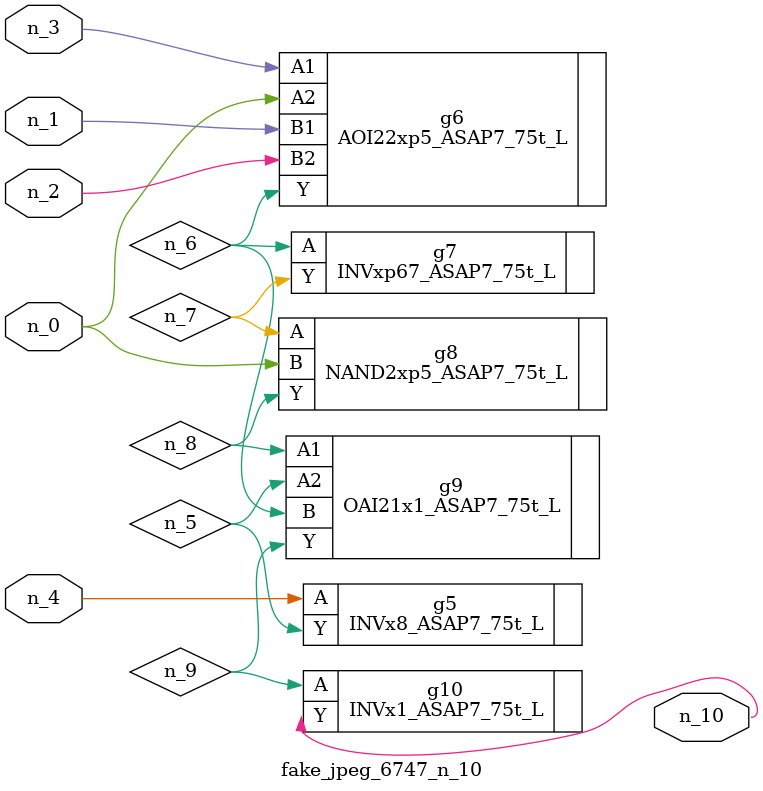
<source format=v>
module fake_jpeg_6747_n_10 (n_3, n_2, n_1, n_0, n_4, n_10);

input n_3;
input n_2;
input n_1;
input n_0;
input n_4;

output n_10;

wire n_8;
wire n_9;
wire n_6;
wire n_5;
wire n_7;

INVx8_ASAP7_75t_L g5 ( 
.A(n_4),
.Y(n_5)
);

AOI22xp5_ASAP7_75t_L g6 ( 
.A1(n_3),
.A2(n_0),
.B1(n_1),
.B2(n_2),
.Y(n_6)
);

INVxp67_ASAP7_75t_L g7 ( 
.A(n_6),
.Y(n_7)
);

NAND2xp5_ASAP7_75t_L g8 ( 
.A(n_7),
.B(n_0),
.Y(n_8)
);

OAI21x1_ASAP7_75t_L g9 ( 
.A1(n_8),
.A2(n_5),
.B(n_6),
.Y(n_9)
);

INVx1_ASAP7_75t_L g10 ( 
.A(n_9),
.Y(n_10)
);


endmodule
</source>
